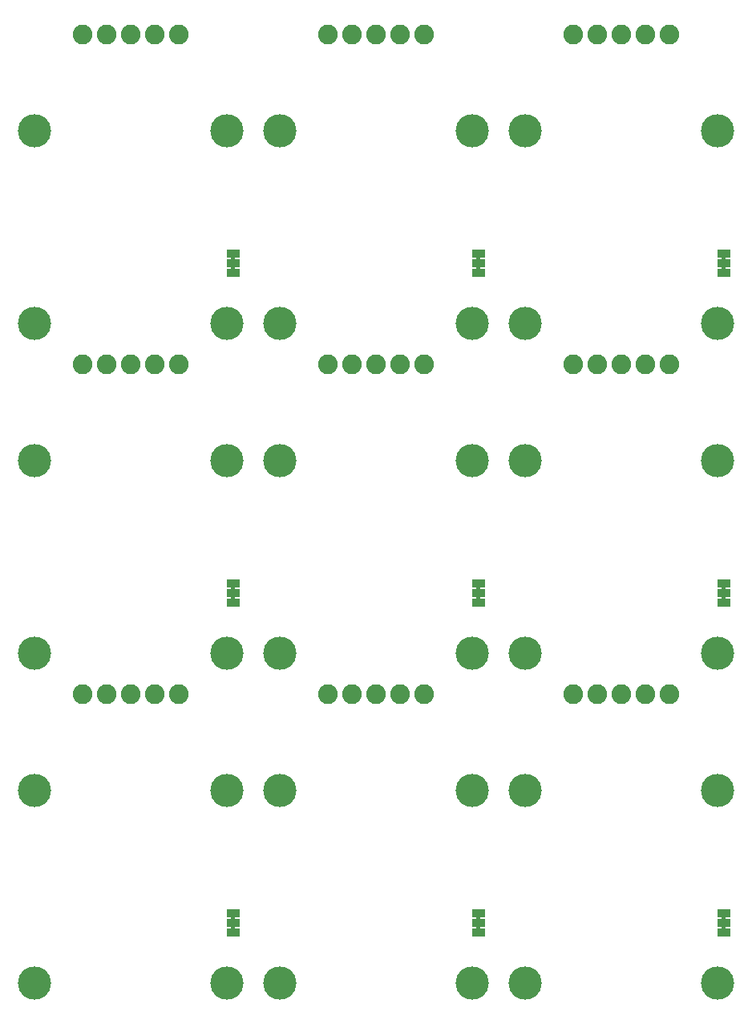
<source format=gbs>
G75*
%MOIN*%
%OFA0B0*%
%FSLAX25Y25*%
%IPPOS*%
%LPD*%
%AMOC8*
5,1,8,0,0,1.08239X$1,22.5*
%
%ADD10R,0.05800X0.03300*%
%ADD11C,0.00500*%
%ADD12C,0.13800*%
%ADD13C,0.08200*%
D10*
X0121250Y0059750D03*
X0121250Y0063750D03*
X0121250Y0067750D03*
X0223250Y0067750D03*
X0223250Y0063750D03*
X0223250Y0059750D03*
X0325250Y0059750D03*
X0325250Y0063750D03*
X0325250Y0067750D03*
X0325250Y0196750D03*
X0325250Y0200750D03*
X0325250Y0204750D03*
X0223250Y0204750D03*
X0223250Y0200750D03*
X0223250Y0196750D03*
X0121250Y0196750D03*
X0121250Y0200750D03*
X0121250Y0204750D03*
X0121250Y0333750D03*
X0121250Y0337750D03*
X0121250Y0341750D03*
X0223250Y0341750D03*
X0223250Y0337750D03*
X0223250Y0333750D03*
X0325250Y0333750D03*
X0325250Y0337750D03*
X0325250Y0341750D03*
D11*
X0325750Y0340500D02*
X0324750Y0340500D01*
X0324750Y0339000D01*
X0325750Y0339000D01*
X0325750Y0340500D01*
X0325750Y0340320D02*
X0324750Y0340320D01*
X0324750Y0339821D02*
X0325750Y0339821D01*
X0325750Y0339323D02*
X0324750Y0339323D01*
X0324750Y0336500D02*
X0325750Y0336500D01*
X0325750Y0335000D01*
X0324750Y0335000D01*
X0324750Y0336500D01*
X0324750Y0336331D02*
X0325750Y0336331D01*
X0325750Y0335833D02*
X0324750Y0335833D01*
X0324750Y0335334D02*
X0325750Y0335334D01*
X0223750Y0335334D02*
X0222750Y0335334D01*
X0222750Y0335000D02*
X0223750Y0335000D01*
X0223750Y0336500D01*
X0222750Y0336500D01*
X0222750Y0335000D01*
X0222750Y0335833D02*
X0223750Y0335833D01*
X0223750Y0336331D02*
X0222750Y0336331D01*
X0222750Y0339000D02*
X0223750Y0339000D01*
X0223750Y0340500D01*
X0222750Y0340500D01*
X0222750Y0339000D01*
X0222750Y0339323D02*
X0223750Y0339323D01*
X0223750Y0339821D02*
X0222750Y0339821D01*
X0222750Y0340320D02*
X0223750Y0340320D01*
X0121750Y0340320D02*
X0120750Y0340320D01*
X0120750Y0340500D02*
X0121750Y0340500D01*
X0121750Y0339000D01*
X0120750Y0339000D01*
X0120750Y0340500D01*
X0120750Y0339821D02*
X0121750Y0339821D01*
X0121750Y0339323D02*
X0120750Y0339323D01*
X0120750Y0336500D02*
X0121750Y0336500D01*
X0121750Y0335000D01*
X0120750Y0335000D01*
X0120750Y0336500D01*
X0120750Y0336331D02*
X0121750Y0336331D01*
X0121750Y0335833D02*
X0120750Y0335833D01*
X0120750Y0335334D02*
X0121750Y0335334D01*
X0121750Y0203500D02*
X0120750Y0203500D01*
X0120750Y0202000D01*
X0121750Y0202000D01*
X0121750Y0203500D01*
X0121750Y0203229D02*
X0120750Y0203229D01*
X0120750Y0202730D02*
X0121750Y0202730D01*
X0121750Y0202232D02*
X0120750Y0202232D01*
X0120750Y0199500D02*
X0121750Y0199500D01*
X0121750Y0198000D01*
X0120750Y0198000D01*
X0120750Y0199500D01*
X0120750Y0199241D02*
X0121750Y0199241D01*
X0121750Y0198742D02*
X0120750Y0198742D01*
X0120750Y0198244D02*
X0121750Y0198244D01*
X0222750Y0198244D02*
X0223750Y0198244D01*
X0223750Y0198000D02*
X0223750Y0199500D01*
X0222750Y0199500D01*
X0222750Y0198000D01*
X0223750Y0198000D01*
X0223750Y0198742D02*
X0222750Y0198742D01*
X0222750Y0199241D02*
X0223750Y0199241D01*
X0223750Y0202000D02*
X0223750Y0203500D01*
X0222750Y0203500D01*
X0222750Y0202000D01*
X0223750Y0202000D01*
X0223750Y0202232D02*
X0222750Y0202232D01*
X0222750Y0202730D02*
X0223750Y0202730D01*
X0223750Y0203229D02*
X0222750Y0203229D01*
X0324750Y0203229D02*
X0325750Y0203229D01*
X0325750Y0203500D02*
X0324750Y0203500D01*
X0324750Y0202000D01*
X0325750Y0202000D01*
X0325750Y0203500D01*
X0325750Y0202730D02*
X0324750Y0202730D01*
X0324750Y0202232D02*
X0325750Y0202232D01*
X0325750Y0199500D02*
X0324750Y0199500D01*
X0324750Y0198000D01*
X0325750Y0198000D01*
X0325750Y0199500D01*
X0325750Y0199241D02*
X0324750Y0199241D01*
X0324750Y0198742D02*
X0325750Y0198742D01*
X0325750Y0198244D02*
X0324750Y0198244D01*
X0324750Y0066500D02*
X0325750Y0066500D01*
X0325750Y0065000D01*
X0324750Y0065000D01*
X0324750Y0066500D01*
X0324750Y0066138D02*
X0325750Y0066138D01*
X0325750Y0065640D02*
X0324750Y0065640D01*
X0324750Y0065141D02*
X0325750Y0065141D01*
X0325750Y0062500D02*
X0324750Y0062500D01*
X0324750Y0061000D01*
X0325750Y0061000D01*
X0325750Y0062500D01*
X0325750Y0062150D02*
X0324750Y0062150D01*
X0324750Y0061652D02*
X0325750Y0061652D01*
X0325750Y0061153D02*
X0324750Y0061153D01*
X0223750Y0061153D02*
X0222750Y0061153D01*
X0222750Y0061000D02*
X0223750Y0061000D01*
X0223750Y0062500D01*
X0222750Y0062500D01*
X0222750Y0061000D01*
X0222750Y0061652D02*
X0223750Y0061652D01*
X0223750Y0062150D02*
X0222750Y0062150D01*
X0222750Y0065000D02*
X0223750Y0065000D01*
X0223750Y0066500D01*
X0222750Y0066500D01*
X0222750Y0065000D01*
X0222750Y0065141D02*
X0223750Y0065141D01*
X0223750Y0065640D02*
X0222750Y0065640D01*
X0222750Y0066138D02*
X0223750Y0066138D01*
X0121750Y0066138D02*
X0120750Y0066138D01*
X0120750Y0066500D02*
X0121750Y0066500D01*
X0121750Y0065000D01*
X0120750Y0065000D01*
X0120750Y0066500D01*
X0120750Y0065640D02*
X0121750Y0065640D01*
X0121750Y0065141D02*
X0120750Y0065141D01*
X0120750Y0062500D02*
X0121750Y0062500D01*
X0121750Y0061000D01*
X0120750Y0061000D01*
X0120750Y0062500D01*
X0120750Y0062150D02*
X0121750Y0062150D01*
X0121750Y0061652D02*
X0120750Y0061652D01*
X0120750Y0061153D02*
X0121750Y0061153D01*
D12*
X0038750Y0038750D03*
X0038750Y0118750D03*
X0038750Y0175750D03*
X0038750Y0255750D03*
X0038750Y0312750D03*
X0038750Y0392750D03*
X0118750Y0392750D03*
X0140750Y0392750D03*
X0140750Y0312750D03*
X0118750Y0312750D03*
X0118750Y0255750D03*
X0140750Y0255750D03*
X0140750Y0175750D03*
X0118750Y0175750D03*
X0118750Y0118750D03*
X0140750Y0118750D03*
X0140750Y0038750D03*
X0118750Y0038750D03*
X0220750Y0038750D03*
X0242750Y0038750D03*
X0242750Y0118750D03*
X0220750Y0118750D03*
X0220750Y0175750D03*
X0242750Y0175750D03*
X0242750Y0255750D03*
X0220750Y0255750D03*
X0220750Y0312750D03*
X0242750Y0312750D03*
X0242750Y0392750D03*
X0220750Y0392750D03*
X0322750Y0392750D03*
X0322750Y0312750D03*
X0322750Y0255750D03*
X0322750Y0175750D03*
X0322750Y0118750D03*
X0322750Y0038750D03*
D13*
X0302750Y0158750D03*
X0292750Y0158750D03*
X0282750Y0158750D03*
X0272750Y0158750D03*
X0262750Y0158750D03*
X0200750Y0158750D03*
X0190750Y0158750D03*
X0180750Y0158750D03*
X0170750Y0158750D03*
X0160750Y0158750D03*
X0098750Y0158750D03*
X0088750Y0158750D03*
X0078750Y0158750D03*
X0068750Y0158750D03*
X0058750Y0158750D03*
X0058750Y0295750D03*
X0068750Y0295750D03*
X0078750Y0295750D03*
X0088750Y0295750D03*
X0098750Y0295750D03*
X0160750Y0295750D03*
X0170750Y0295750D03*
X0180750Y0295750D03*
X0190750Y0295750D03*
X0200750Y0295750D03*
X0262750Y0295750D03*
X0272750Y0295750D03*
X0282750Y0295750D03*
X0292750Y0295750D03*
X0302750Y0295750D03*
X0302750Y0432750D03*
X0292750Y0432750D03*
X0282750Y0432750D03*
X0272750Y0432750D03*
X0262750Y0432750D03*
X0200750Y0432750D03*
X0190750Y0432750D03*
X0180750Y0432750D03*
X0170750Y0432750D03*
X0160750Y0432750D03*
X0098750Y0432750D03*
X0088750Y0432750D03*
X0078750Y0432750D03*
X0068750Y0432750D03*
X0058750Y0432750D03*
M02*

</source>
